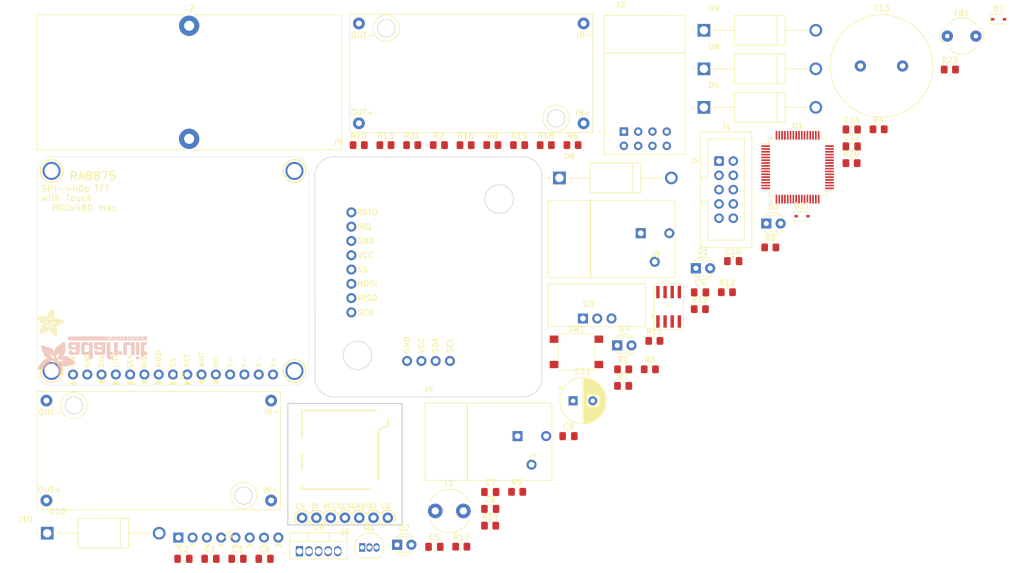
<source format=kicad_pcb>
(kicad_pcb (version 20211014) (generator pcbnew)
  (layers (0 "F.Cu" signal) (31 "B.Cu" signal) (34 "B.Paste" user) (35 "F.Paste" user) (36 "B.SilkS" user "B.Silkscreen") (37 "F.SilkS" user "F.Silkscreen") (38 "B.Mask" user) (39 "F.Mask" user) (44 "Edge.Cuts" user))
  (net 0 "")
  (net 1 "VAC_designs")
  (net 2 "VAC_modules_gnd")
  (net 3 "/OTHER")
  (net 4 "VAC_designs_gnd")
  (net 5 "GND")
  (net 6 "PA9")
  (net 7 "/GPIO-2")
  (net 8 "+3V3")
  (net 9 "/GPIO-0")
  (net 10 "PB11")
  (net 11 "/3Vo")
  (net 12 "/LITE")
  (net 13 "PB10")
  (net 14 "PB4")
  (net 15 "PB5")
  (net 16 "PB8")
  (net 17 "/WAIT")
  (net 18 "PA0")
  (net 19 "PA1")
  (net 20 "PA2")
  (net 21 "PA3")
  (net 22 "PA4")
  (net 23 "/CD")
  (net 24 "PC2")
  (net 25 "PC3")
  (net 26 "PB0")
  (net 27 "Net-(C7-Pad2)")
  (net 28 "Net-(R17-Pad1)")
  (net 29 "+7.5V")
  (net 30 "7.5_GND")
  (net 31 "Net-(C10-Pad2)")
  (net 32 "Net-(C10-Pad1)")
  (net 33 "Net-(J5-Pad1)")
  (net 34 "Net-(J5-Pad2)")
  (net 35 "Net-(J5-Pad3)")
  (net 36 "Net-(J5-Pad4)")
  (net 37 "Net-(J5-Pad5)")
  (net 38 "Net-(J5-Pad6)")
  (net 39 "Net-(J5-Pad7)")
  (net 40 "Net-(J5-Pad8)")
  (net 41 "PC7")
  (net 42 "PC6")
  (net 43 "PC5")
  (net 44 "PC4")
  (net 45 "/BOOT0")
  (net 46 "/NRST")
  (net 47 "PA5")
  (net 48 "Net-(D1-Pad2)")
  (net 49 "PA6")
  (net 50 "Net-(D2-Pad2)")
  (net 51 "PC10")
  (net 52 "PA7")
  (net 53 "Net-(D3-Pad2)")
  (net 54 "PA8")
  (net 55 "Net-(D4-Pad2)")
  (net 56 "Net-(Q1-Pad3)")
  (net 57 "Net-(R22-Pad1)")
  (net 58 "Net-(Q1-Pad2)")
  (net 59 "PC12")
  (net 60 "PC11")
  (net 61 "PC9")
  (net 62 "PC8")
  (net 63 "Net-(D10-Pad1)")
  (net 64 "/PC13")
  (net 65 "/PC14")
  (net 66 "/PC15")
  (net 67 "/PF0")
  (net 68 "/PF1")
  (net 69 "/PC0")
  (net 70 "/PC1")
  (net 71 "/3VA")
  (net 72 "/PB1")
  (net 73 "/PB2")
  (net 74 "/PB12")
  (net 75 "/PB13")
  (net 76 "/PB14")
  (net 77 "/PB15")
  (net 78 "/PA10")
  (net 79 "/PA11")
  (net 80 "/PA12")
  (net 81 "/PA13")
  (net 82 "/PA14")
  (net 83 "/PA15")
  (net 84 "/PB6")
  (net 85 "/PB7")
  (net 86 "Net-(C11-Pad1)")
  (net 88 "/V3.3_IN")
  (net 89 "/U5V")
  (footprint "imported_footprints:DIO_1N5822" (layer "F.Cu") (at 209.2835 -33.767)
    (fp_text reference "D6" (at -8.15 -3.885) (layer "F.SilkS"))
    (fp_text value "1N5822")
    (pad "1" thru_hole rect (at -9.95 0) (size 2.25 2.25) (drill 1.5) (layers *.Cu *.Mask) (net 1 "VAC_designs"))
    (pad "2" thru_hole circle (at 9.95 0) (size 2.25 2.25) (drill 1.5) (layers *.Cu *.Mask) (net 30 "7.5_GND"))
  )
  (footprint "Resistor_SMD:R_0805_2012Metric_Pad1.20x1.40mm_HandSolder" (layer "F.Cu") (at 191.8185 22.033)
    (fp_text reference "R5" (at 0 -1.65) (layer "F.SilkS"))
    (fp_text value "1k")
    (pad "1" smd roundrect (at -1 0) (size 1.2 1.4) (layers "F.Cu" "F.Paste" "F.Mask") (roundrect_rratio 0.208333) (net 36 "Net-(J5-Pad4)"))
    (pad "2" smd roundrect (at 1 0) (size 1.2 1.4) (layers "F.Cu" "F.Paste" "F.Mask") (roundrect_rratio 0.208333) (net 62 "PC8"))
  )
  (footprint "Resistor_SMD:R_0805_2012Metric_Pad1.20x1.40mm_HandSolder" (layer "F.Cu") (at 215.4085 0.253)
    (fp_text reference "R3" (at 0 -1.65) (layer "F.SilkS"))
    (fp_text value "1k")
    (pad "1" smd roundrect (at -1 0) (size 1.2 1.4) (layers "F.Cu" "F.Paste" "F.Mask") (roundrect_rratio 0.208333) (net 34 "Net-(J5-Pad2)"))
    (pad "2" smd roundrect (at 1 0) (size 1.2 1.4) (layers "F.Cu" "F.Paste" "F.Mask") (roundrect_rratio 0.208333) (net 51 "PC10"))
  )
  (footprint "Resistor_SMD:R_0805_2012Metric_Pad1.20x1.40mm_HandSolder" (layer "F.Cu") (at 163.6585 -39.607)
    (fp_text reference "R10" (at 0 -1.65) (layer "F.SilkS"))
    (fp_text value "100K")
    (pad "1" smd roundrect (at -1 0) (size 1.2 1.4) (layers "F.Cu" "F.Paste" "F.Mask") (roundrect_rratio 0.208333) (net 45 "/BOOT0"))
    (pad "2" smd roundrect (at 1 0) (size 1.2 1.4) (layers "F.Cu" "F.Paste" "F.Mask") (roundrect_rratio 0.208333) (net 5 "GND"))
  )
  (footprint "Inductor_THT:L_Radial_D7.5mm_P5.00mm_Fastron_07P" (layer "F.Cu") (at 177.2585 25.433)
    (fp_text reference "L1" (at 2.5 -5) (layer "F.SilkS"))
    (fp_text value "INDUCTOR")
    (pad "1" thru_hole circle (at 0 0) (size 2.6 2.6) (drill 1.3) (layers *.Cu *.Mask) (net 63 "Net-(D10-Pad1)"))
    (pad "2" thru_hole circle (at 5 0) (size 2.6 2.6) (drill 1.3) (layers *.Cu *.Mask) (net 8 "+3V3"))
  )
  (footprint "imported_footprints:DIO_1N5822" (layer "F.Cu") (at 234.9635 -46.317)
    (fp_text reference "D5" (at -8.15 -3.885) (layer "F.SilkS"))
    (fp_text value "1N5822")
    (pad "1" thru_hole rect (at -9.95 0) (size 2.25 2.25) (drill 1.5) (layers *.Cu *.Mask) (net 86 "Net-(C11-Pad1)"))
    (pad "2" thru_hole circle (at 9.95 0) (size 2.25 2.25) (drill 1.5) (layers *.Cu *.Mask) (net 1 "VAC_designs"))
  )
  (footprint "Resistor_SMD:R_0805_2012Metric_Pad1.20x1.40mm_HandSolder" (layer "F.Cu") (at 187.4085 -39.607)
    (fp_text reference "R8" (at 0 -1.65) (layer "F.SilkS"))
    (fp_text value "1k")
    (pad "1" smd roundrect (at -1 0) (size 1.2 1.4) (layers "F.Cu" "F.Paste" "F.Mask") (roundrect_rratio 0.208333) (net 39 "Net-(J5-Pad7)"))
    (pad "2" smd roundrect (at 1 0) (size 1.2 1.4) (layers "F.Cu" "F.Paste" "F.Mask") (roundrect_rratio 0.208333) (net 43 "PC5"))
  )
  (footprint "Resistor_SMD:R_0805_2012Metric_Pad1.20x1.40mm_HandSolder" (layer "F.Cu") (at 182.6585 -39.607)
    (fp_text reference "R16" (at 0 -1.65) (layer "F.SilkS"))
    (fp_text value "10k")
    (pad "1" smd roundrect (at -1 0) (size 1.2 1.4) (layers "F.Cu" "F.Paste" "F.Mask") (roundrect_rratio 0.208333) (net 27 "Net-(C7-Pad2)"))
    (pad "2" smd roundrect (at 1 0) (size 1.2 1.4) (layers "F.Cu" "F.Paste" "F.Mask") (roundrect_rratio 0.208333) (net 5 "GND"))
  )
  (footprint "imported_footprints:DIO_1N5822" (layer "F.Cu") (at 234.9635 -53.167)
    (fp_text reference "D8" (at -8.15 -3.885) (layer "F.SilkS"))
    (fp_text value "1N5822")
    (pad "1" thru_hole rect (at -9.95 0) (size 2.25 2.25) (drill 1.5) (layers *.Cu *.Mask) (net 86 "Net-(C11-Pad1)"))
    (pad "2" thru_hole circle (at 9.95 0) (size 2.25 2.25) (drill 1.5) (layers *.Cu *.Mask) (net 4 "VAC_designs_gnd"))
  )
  (footprint "imported_footprints:7.5Vdc-5Vdc_buck_converter" (layer "F.Cu") (at 162.0335 -41.832)
    (fp_text reference "J9" (at -2.1336 1.6764 unlocked) (layer "F.SilkS"))
    (fp_text value "DC-DC Converter")
    (fp_text user "OUT+" (at 2.2352 -3.556 unlocked) (layer "F.SilkS"))
    (fp_text user "IN+" (at 41.5036 -3.4544 unlocked) (layer "F.SilkS"))
    (fp_text user "IN-" (at 41.7068 -17.4244 unlocked) (layer "F.SilkS"))
    (fp_text user "OUT-" (at 2.286 -17.3228 unlocked) (layer "F.SilkS"))
    (fp_circle (center 36.7 -2.525) (end 38.249 -2.525) (layer "Edge.Cuts") (width 0.12) (fill none))
    (fp_circle (center 6.525 -18.55) (end 8.074 -18.55) (layer "Edge.Cuts") (width 0.12) (fill none))
    (pad "1" thru_hole circle (at 41.6 -1.65) (size 2.096 2.096) (drill 1.048) (layers *.Cu *.Mask) (net 29 "+7.5V"))
    (pad "2" thru_hole circle (at 41.6 -19.4) (size 2.096 2.096) (drill 1.048) (layers *.Cu *.Mask) (net 30 "7.5_GND"))
    (pad "3" thru_hole circle (at 1.65 -1.65) (size 2.096 2.096) (drill 1.048) (layers *.Cu *.Mask) (net 8 "+3V3"))
    (pad "4" thru_hole circle (at 1.65 -19.4) (size 2.096 2.096) (drill 1.048) (layers *.Cu *.Mask) (net 5 "GND"))
  )
  (footprint "imported_footprints:7.5Vdc-5Vdc_buck_converter" (layer "F.Cu") (at 106.4835 25.218)
    (fp_text reference "J10" (at -2.1336 1.6764 unlocked) (layer "F.SilkS"))
    (fp_text value "AC-DC Converter")
    (fp_text user "IN-" (at 41.7068 -17.4244 unlocked) (layer "F.SilkS"))
    (fp_text user "OUT+" (at 2.2352 -3.556 unlocked) (layer "F.SilkS"))
    (fp_text user "IN+" (at 41.5036 -3.4544 unlocked) (layer "F.SilkS"))
    (fp_text user "OUT-" (at 2.286 -17.3228 unlocked) (layer "F.SilkS"))
    (fp_circle (center 36.7 -2.525) (end 38.249 -2.525) (layer "Edge.Cuts") (width 0.12) (fill none))
    (fp_circle (center 6.525 -18.55) (end 8.074 -18.55) (layer "Edge.Cuts") (width 0.12) (fill none))
    (pad "1" thru_hole circle (at 41.6 -1.65) (size 2.096 2.096) (drill 1.048) (layers *.Cu *.Mask) (net 1 "VAC_designs"))
    (pad "2" thru_hole circle (at 41.6 -19.4) (size 2.096 2.096) (drill 1.048) (layers *.Cu *.Mask) (net 2 "VAC_modules_gnd"))
    (pad "3" thru_hole circle (at 1.65 -1.65) (size 2.096 2.096) (drill 1.048) (layers *.Cu *.Mask) (net 29 "+7.5V"))
    (pad "4" thru_hole circle (at 1.65 -19.4) (size 2.096 2.096) (drill 1.048) (layers *.Cu *.Mask) (net 5 "GND"))
  )
  (footprint "Resistor_SMD:R_0805_2012Metric_Pad1.20x1.40mm_HandSolder" (layer "F.Cu") (at 251.2685 -36.397)
    (fp_text reference "R20" (at 0 -1.65) (layer "F.SilkS"))
    (fp_text value "10k")
    (pad "1" smd roundrect (at -1 0) (size 1.2 1.4) (layers "F.Cu" "F.Paste" "F.Mask") (roundrect_rratio 0.208333) (net 56 "Net-(Q1-Pad3)"))
    (pad "2" smd roundrect (at 1 0) (size 1.2 1.4) (layers "F.Cu" "F.Paste" "F.Mask") (roundrect_rratio 0.208333) (net 29 "+7.5V"))
  )
  (footprint "Resistor_SMD:R_0805_2012Metric_Pad1.20x1.40mm_HandSolder" (layer "F.Cu") (at 177.9085 -39.607)
    (fp_text reference "R2" (at 0 -1.65) (layer "F.SilkS"))
    (fp_text value "1k")
    (pad "1" smd roundrect (at -1 0) (size 1.2 1.4) (layers "F.Cu" "F.Paste" "F.Mask") (roundrect_rratio 0.208333) (net 33 "Net-(J5-Pad1)"))
    (pad "2" smd roundrect (at 1 0) (size 1.2 1.4) (layers "F.Cu" "F.Paste" "F.Mask") (roundrect_rratio 0.208333) (net 60 "PC11"))
  )
  (footprint "Capacitor_SMD:C_0805_2012Metric_Pad1.18x1.45mm_HandSolder" (layer "F.Cu") (at 200.9485 12.133)
    (fp_text reference "C9" (at 0 -1.68) (layer "F.SilkS"))
    (fp_text value ".1uF")
    (pad "1" smd roundrect (at -1.0375 0) (size 1.175 1.45) (layers "F.Cu" "F.Paste" "F.Mask") (roundrect_rratio 0.212766) (net 8 "+3V3"))
    (pad "2" smd roundrect (at 1.0375 0) (size 1.175 1.45) (layers "F.Cu" "F.Paste" "F.Mask") (roundrect_rratio 0.212766) (net 31 "Net-(C10-Pad2)"))
  )
  (footprint "imported_footprints:barrel_jack_adapter" (layer "F.Cu") (at 216.33 -18.86)
    (fp_text reference "J8" (at 0 -1.27 unlocked) (layer "F.SilkS"))
    (fp_text value "PS_Designed")
    (pad "1" thru_hole rect (at -2.54 -5.08) (size 1.778 1.778) (drill 1.016) (layers *.Cu *.Mask) (net 1 "VAC_designs"))
    (pad "2" thru_hole circle (at -0.0508 0 270) (size 1.778 1.778) (drill 1.016) (layers *.Cu *.Mask) (net 4 "VAC_designs_gnd"))
    (pad "3" thru_hole circle (at 2.54 -5.08 270) (size 1.778 1.778) (drill 1.016) (layers *.Cu *.Mask) (net 3 "/OTHER"))
  )
  (footprint "Diode_SMD:D_SOD-323" (layer "F.Cu") (at 242.4685 -26.967)
    (fp_text reference "D11" (at 0 -1.85) (layer "F.SilkS"))
    (fp_text value "BAT60JFILM")
    (pad "1" smd rect (at -1.05 0) (size 0.6 0.45) (layers "F.Cu" "F.Paste" "F.Mask") (net 8 "+3V3"))
    (pad "2" smd rect (at 1.05 0) (size 0.6 0.45) (layers "F.Cu" "F.Paste" "F.Mask") (net 32 "Net-(C10-Pad1)"))
  )
  (footprint "Capacitor_SMD:C_0805_2012Metric_Pad1.18x1.45mm_HandSolder" (layer "F.Cu") (at 177.1085 31.813)
    (fp_text reference "C5" (at 0 -1.68) (layer "F.SilkS"))
    (fp_text value ".1uF")
    (pad "1" smd roundrect (at -1.0375 0) (size 1.175 1.45) (layers "F.Cu" "F.Paste" "F.Mask") (roundrect_rratio 0.212766) (net 71 "/3VA"))
    (pad "2" smd roundrect (at 1.0375 0) (size 1.175 1.45) (layers "F.Cu" "F.Paste" "F.Mask") (roundrect_rratio 0.212766) (net 5 "GND"))
  )
  (footprint "Capacitor_SMD:C_0805_2012Metric_Pad1.18x1.45mm_HandSolder" (layer "F.Cu") (at 230.2285 -18.977)
    (fp_text reference "C10" (at 0 -1.68) (layer "F.SilkS"))
    (fp_text value ".1uF")
    (pad "1" smd roundrect (at -1.0375 0) (size 1.175 1.45) (layers "F.Cu" "F.Paste" "F.Mask") (roundrect_rratio 0.212766) (net 32 "Net-(C10-Pad1)"))
    (pad "2" smd roundrect (at 1.0375 0) (size 1.175 1.45) (layers "F.Cu" "F.Paste" "F.Mask") (roundrect_rratio 0.212766) (net 31 "Net-(C10-Pad2)"))
  )
  (footprint "Capacitor_SMD:C_0805_2012Metric_Pad1.18x1.45mm_HandSolder" (layer "F.Cu") (at 146.9185 33.943)
    (fp_text reference "C6" (at 0 -1.68) (layer "F.SilkS"))
    (fp_text value ".1uF")
    (pad "1" smd roundrect (at -1.0375 0) (size 1.175 1.45) (layers "F.Cu" "F.Paste" "F.Mask") (roundrect_rratio 0.212766) (net 46 "/NRST"))
    (pad "2" smd roundrect (at 1.0375 0) (size 1.175 1.45) (layers "F.Cu" "F.Paste" "F.Mask") (roundrect_rratio 0.212766) (net 5 "GND"))
  )
  (footprint "Capacitor_SMD:C_0805_2012Metric_Pad1.18x1.45mm_HandSolder" (layer "F.Cu") (at 187.0385 25.073)
    (fp_text reference "C8" (at 0 -1.68) (layer "F.SilkS"))
    (fp_text value "22uF")
    (pad "1" smd roundrect (at -1.0375 0) (size 1.175 1.45) (layers "F.Cu" "F.Paste" "F.Mask") (roundrect_rratio 0.212766) (net 8 "+3V3"))
    (pad "2" smd roundrect (at 1.0375 0) (size 1.175 1.45) (layers "F.Cu" "F.Paste" "F.Mask") (roundrect_rratio 0.212766) (net 31 "Net-(C10-Pad2)"))
  )
  (footprint "Resistor_SMD:R_0805_2012Metric_Pad1.20x1.40mm_HandSolder" (layer "F.Cu") (at 216.2085 -4.797)
    (fp_text reference "R11" (at 0 -1.65) (layer "F.SilkS"))
    (fp_text value "100K")
    (pad "1" smd roundrect (at -1 0) (size 1.2 1.4) (layers "F.Cu" "F.Paste" "F.Mask") (roundrect_rratio 0.208333) (net 8 "+3V3"))
    (pad "2" smd roundrect (at 1 0) (size 1.2 1.4) (layers "F.Cu" "F.Paste" "F.Mask") (roundrect_rratio 0.208333) (net 46 "/NRST"))
  )
  (footprint "Resistor_SMD:R_0805_2012Metric_Pad1.20x1.40mm_HandSolder" (layer "F.Cu") (at 196.9085 -39.607)
    (fp_text reference "R18" (at 0 -1.65) (layer "F.SilkS"))
    (fp_text value "330k")
    (pad "1" smd roundrect (at -1 0) (size 1.2 1.4) (layers "F.Cu" "F.Paste" "F.Mask") (roundrect_rratio 0.208333) (net 28 "Net-(R17-Pad1)"))
    (pad "2" smd roundrect (at 1 0) (size 1.2 1.4) (layers "F.Cu" "F.Paste" "F.Mask") (roundrect_rratio 0.208333) (net 26 "PB0"))
  )
  (footprint "imported_footprints:DIO_1N5822" (layer "F.Cu") (at 234.9635 -60.017)
    (fp_text reference "D9" (at -8.15 -3.885) (layer "F.SilkS"))
    (fp_text value "1N5822")
    (pad "1" thru_hole rect (at -9.95 0) (size 2.25 2.25) (drill 1.5) (layers *.Cu *.Mask) (net 4 "VAC_designs_gnd"))
    (pad "2" thru_hole circle (at 9.95 0) (size 2.25 2.25) (drill 1.5) (layers *.Cu *.Mask) (net 30 "7.5_GND"))
  )
  (footprint "Resistor_SMD:R_0805_2012Metric_Pad1.20x1.40mm_HandSolder" (layer "F.Cu") (at 229.1085 -13.457)
    (fp_text reference "R12" (at 0 -1.65) (layer "F.SilkS"))
    (fp_text value "150")
    (pad "1" smd roundrect (at -1 0) (size 1.2 1.4) (layers "F.Cu" "F.Paste" "F.Mask") (roundrect_rratio 0.208333) (net 47 "PA5"))
    (pad "2" smd roundrect (at 1 0) (size 1.2 1.4) (layers "F.Cu" "F.Paste" "F.Mask") (roundrect_rratio 0.208333) (net 48 "Net-(D1-Pad2)"))
  )
  (footprint "Button_Switch_SMD:SW_SPST_PTS645" (layer "F.Cu") (at 202.3585 -2.847)
    (fp_text reference "SW1" (at 0 -4.05) (layer "F.SilkS"))
    (fp_text value "SW_Push")
    (pad "1" smd rect (at 3.98 -2.25) (size 1.55 1.3) (layers "F.Cu" "F.Paste" "F.Mask") (net 5 "GND"))
    (pad "1" smd rect (at -3.98 -2.25) (size 1.55 1.3) (layers "F.Cu" "F.Paste" "F.Mask") (net 5 "GND"))
    (pad "2" smd rect (at 3.98 2.25) (size 1.55 1.3) (layers "F.Cu" "F.Paste" "F.Mask") (net 46 "/NRST"))
    (pad "2" smd rect (at -3.98 2.25) (size 1.55 1.3) (layers "F.Cu" "F.Paste" "F.Mask") (net 46 "/NRST"))
  )
  (footprint "Capacitor_THT:C_Radial_D18.0mm_H35.5mm_P7.50mm" (layer "F.Cu") (at 252.8385 -53.667)
    (fp_text reference "C13" (at 3.75 -10.25) (layer "F.SilkS"))
    (fp_text value "1m")
    (pad "1" thru_hole circle (at 0 0) (size 2 2) (drill 1) (layers *.Cu *.Mask) (net 86 "Net-(C11-Pad1)"))
    (pad "2" thru_hole circle (at 7.5 0) (size 2 2) (drill 1) (layers *.Cu *.Mask) (net 30 "7.5_GND"))
  )
  (footprint "Capacitor_THT:CP_Radial_D8.0mm_P3.50mm" (layer "F.Cu") (at 201.763198 5.853)
    (fp_text reference "C11" (at 1.75 -5.25) (layer "F.SilkS"))
    (fp_text value "100m")
    (pad "1" thru_hole rect (at 0 0) (size 1.6 1.6) (drill 0.8) (layers *.Cu *.Mask) (net 86 "Net-(C11-Pad1)"))
    (pad "2" thru_hole circle (at 3.5 0) (size 1.6 1.6) (drill 0.8) (layers *.Cu *.Mask) (net 30 "7.5_GND"))
  )
  (footprint "Capacitor_SMD:C_0805_2012Metric_Pad1.18x1.45mm_HandSolder" (layer "F.Cu") (at 187.0385 22.063)
    (fp_text reference "C7" (at 0 -1.68) (layer "F.SilkS"))
    (fp_text value "10uF")
    (pad "1" smd roundrect (at -1.0375 0) (size 1.175 1.45) (layers "F.Cu" "F.Paste" "F.Mask") (roundrect_rratio 0.212766) (net 1 "VAC_designs"))
    (pad "2" smd roundrect (at 1.0375 0) (size 1.175 1.45) (layers "F.Cu" "F.Paste" "F.Mask") (roundrect_rratio 0.212766) (net 27 "Net-(C7-Pad2)"))
  )
  (footprint "LED_THT:LED_D3.0mm" (layer "F.Cu") (at 236.1185 -25.667)
    (fp_text reference "D3" (at 1.27 -2.96) (layer "F.SilkS"))
    (fp_text value "LED")
    (pad "1" thru_hole rect (at 0 0) (size 1.8 1.8) (drill 0.9) (layers *.Cu *.Mask) (net 5 "GND"))
    (pad "2" thru_hole circle (at 2.54 0) (size 1.8 1.8) (drill 0.9) (layers *.Cu *.Mask) (net 53 "Net-(D3-Pad2)"))
  )
  (footprint "LED_THT:LED_D3.0mm" (layer "F.Cu") (at 209.6085 -3.997)
    (fp_text reference "D4" (at 1.27 -2.96) (layer "F.SilkS"))
    (fp_text value "LED")
    (pad "1" thru_hole rect (at 0 0) (size 1.8 1.8) (drill 0.9) (layers *.Cu *.Mask) (net 5 "GND"))
    (pad "2" thru_hole circle (at 2.54 0) (size 1.8 1.8) (drill 0.9) (layers *.Cu *.Mask) (net 55 "Net-(D4-Pad2)"))
  )
  (footprint "imported_footprints:LM393" (layer "F.Cu") (at 218.75 -10.8626)
    (fp_text reference "U2" (at -0.25423 -0.203384) (layer "F.SilkS") (effects (font (size 0.32029 0.32029))))
    (fp_text value "LM393")
    (pad "1" smd rect (at -1.905 2.6162) (size 0.6096 2.2098) (layers "F.Cu" "F.Paste" "F.Mask") (net 26 "PB0"))
    (pad "2" smd rect (at -0.635 2.6162) (size 0.6096 2.2098) (layers "F.Cu" "F.Paste" "F.Mask") (net 27 "Net-(C7-Pad2)"))
    (pad "3" smd rect (at 0.635 2.6162) (size 0.6096 2.2098) (layers "F.Cu" "F.Paste" "F.Mask") (net 28 "Net-(R17-Pad1)"))
    (pad "4" smd rect (at 1.905 2.6162) (size 0.6096 2.2098) (layers "F.Cu" "F.Paste" "F.Mask"))
    (pad "5" smd rect (at 1.905 -2.6162) (size 0.6096 2.2098) (layers "F.Cu" "F.Paste" "F.Mask"))
    (pad "6" smd rect (at 0.635 -2.6162) (size 0.6096 2.2098) (layers "F.Cu" "F.Paste" "F.Mask"))
    (pad "7" smd rect (at -0.635 -2.6162) (size 0.6096 2.2098) (layers "F.Cu" "F.Paste" "F.Mask"))
    (pad "8" smd rect (at -1.905 -2.6162) (size 0.6096 2.2098) (layers "F.Cu" "F.Paste" "F.Mask"))
  )
  (footprint "LED_THT:LED_D3.0mm" (layer "F.Cu") (at 223.5985 -17.707)
    (fp_text reference "D1" (at 1.27 -2.96) (layer "F.SilkS"))
    (fp_text value "LED")
    (pad "1" thru_hole rect (at 0 0) (size 1.8 1.8) (drill 0.9) (layers *.Cu *.Mask) (net 5 "GND"))
    (pad "2" thru_hole circle (at 2.54 0) (size 1.8 1.8) (drill 0.9) (layers *.Cu *.Mask) (net 48 "Net-(D1-Pad2)"))
  )
  (footprint "imported_footprints:RA8875_TFT_Breakout" (layer "F.Cu") (at 131.8334 2.036639)
    (fp_text reference "J3" (at 0 -0.5 unlocked) (layer "F.SilkS"))
    (fp_text value "Controller (40Pin->SPI)")
    (fp_text user "WAIT" (at 3.874838 -2.001639 90) (layer "F.SilkS") (effects (font (size 0.87376 0.87376) (thickness 0.14224)) (justify left)))
    (fp_text user "VIN" (at -18.985162 -2.001639 90) (layer "F.SilkS") (effects (font (size 0.87376 0.87376) (thickness 0.14224)) (justify left)))
    (fp_text user "LITE" (at -11.365162 -2.001639 90) (layer "F.SilkS") (effects (font (size 0.87376 0.87376) (thickness 0.14224)) (justify left)))
    (fp_text user "SPI->40p TFT" (at -24.692162 -33.243639) (layer "F.SilkS") (effects (font (size 1.1176 1.1176) (thickness 0.1524)) (justify left bottom)))
    (fp_text user "3Vo" (at -13.905162 -1.874639 90) (layer "F.SilkS") (effects (font (size 0.87376 0.87376) (thickness 0.14224)) (justify left)))
    (fp_text user "GND" (at -16.445162 -2.001639 90) (layer "F.SilkS") (effects (font (size 0.87376 0.87376) (thickness 0.14224)) (justify left)))
    (fp_text user "CS" (at -1.205162 -2.001639 90) (layer "F.SilkS") (effects (font (size 0.87376 0.87376) (thickness 0.14224)) (justify left)))
    (fp_text user "INT" (at 6.414838 -2.001639 90) (layer "F.SilkS") (effects (font (size 0.87376 0.87376) (thickness 0.14224)) (justify left)))
    (fp_text user "X-" (at 14.034838 -2.001639 90) (layer "F.SilkS") (effects (font (size 0.87376 0.87376) (thickness 0.14224)) (justify left)))
    (fp_text user "with Touch" (at -24.692162 -31.592639) (layer "F.SilkS") (effects (font (size 1.1176 1.1176) (thickness 0.1524)) (justify left bottom)))
    (fp_text user "X+" (at 16.574838 -2.001639 90) (layer "F.SilkS") (effects (font (size 0.87376 0.87376) (thickness 0.14224)) (justify left)))
    (fp_text user "800x480 max" (at -22.787162 -29.814639) (layer "F.SilkS") (effects (font (size 1.1176 1.1176) (thickness 0.1524)) (justify left bottom)))
    (fp_text user "Y+" (at 8.954838 -2.001639 90) (layer "F.SilkS") (effects (font (size 0.87376 0.87376) (thickness 0.14224)) (justify left)))
    (fp_text user "RST" (at 1.334838 -2.001639 90) (layer "F.SilkS") (effects (font (size 0.87376 0.87376) (thickness 0.14224)) (justify left)))
    (fp_text user "Y-" (at 11.494838 -2.001639 90) (layer "F.SilkS") (effects (font (size 0.87376 0.87376) (thickness 0.14224)) (justify left)))
    (fp_text user "RA8875" (at -19.739162 -35.275639) (layer "F.SilkS") (effects (font (size 1.475232 1.475232) (thickness 0.201168)) (justify left bottom)))
    (fp_text user "MOSI" (at -3.745162 -2.001639 90) (layer "F.SilkS") (effects (font (size 0.87376 0.87376) (thickness 0.14224)) (justify left)))
    (fp_text user "SCK" (at -8.825162 -1.874639 90) (layer "F.SilkS") (effects (font (size 0.87376 0.87376) (thickness 0.14224)) (justify left)))
    (fp_text user "MISO" (at -6.285162 -1.874639 90) (layer "F.SilkS") (effects (font (size 0.87376 0.87376) (thickness 0.14224)) (justify left)))
    (fp_line (start 20.392838 1.046361) (end -22.787162 1.046361) (layer "Edge.Cuts") (width 0.05))
    (fp_line (start -25.327162 -1.493639) (end -25.327162 -37.053639) (layer "Edge.Cuts") (width 0.05))
    (fp_line (start 22.932838 -37.053639) (end 22.932838 -1.493639) (layer "Edge.Cuts") (width 0.05))
    (fp_line (start -22.787162 -39.593639) (end 20.392838 -39.593639) (layer "Edge.Cuts") (width 0.05))
    (fp_arc (start 20.392838 -39.593639) (mid 22.188878 -38.849679) (end 22.932838 -37.053639) (layer "Edge.Cuts") (width 0.05))
    (fp_arc (start 22.932838 -1.493639) (mid 22.188889 0.302411) (end 20.392838 1.046361) (layer "Edge.Cuts") (width 0.05))
    (fp_arc (start -22.787162 1.046361) (mid -24.583213 0.302412) (end -25.327162 -1.493639) (layer "Edge.Cuts") (width 0.05))
    (fp_arc (start -25.327162 -37.053639) (mid -24.583213 -38.84969) (end -22.787162 -39.593639) (layer "Edge.Cuts") (width 0.05))
    (pad "1" thru_hole circle (at 16.582838 -0.858639 270) (size 1.778 1.778) (drill 1.016) (layers *.Cu *.Mask) (net 8 "+3V3"))
    (pad "2" thru_hole circle (at 14.042838 -0.858639 270) (size 1.778 1.778) (drill 1.016) (layers *.Cu *.Mask) (net 5 "GND"))
    (pad "3" thru_hole circle (at 11.502838 -0.858639 270) (size 1.778 1.778) (drill 1.016) (layers *.Cu *.Mask) (net 11 "/3Vo"))
    (pad "4" thru_hole circle (at 8.962838 -0.858639 270) (size 1.778 1.778) (drill 1.016) (layers *.Cu *.Mask) (net 12 "/LITE"))
    (pad "5" thru_hole circle (at 6.422838 -0.858639 270) (size 1.778 1.778) (drill 1.016) (layers *.Cu *.Mask) (net 13 "PB10"))
    (pad "6" thru_hole circle (at 3.882838 -0.858639 270) (size 1.778 1.778) (drill 1.016) (layers *.Cu *.Mask) (net 14 "PB4"))
    (pad "7" thru_hole circle (at 1.342838 -0.858639 270) (size 1.778 1.778) (drill 1.016) (layers *.Cu *.Mask) (net 15 "PB5"))
    (pad "8" thru_hole circle (at -1.197162 -0.858639 270) (size 1.778 1.778) (drill 1.016) (layers *.Cu *.Mask) (net 16 "PB8"))
    (pad "9" thru_hole circle (at -3.737162 -0.858639 270) (size 1.778 1.778) (drill 1.016) (layers *.Cu *.Mask) (net 10 "PB11"))
    (pad "10" thru_hole circle (at -6.277162 -0.858639 270) (size 1.778 1.778) (drill 1.016) (layers *.Cu *.Mask) (net 17 "/WAIT"))
    (pad "11" thru_hole circle (at -8.817162 -0.858639 270) (size 1.778 1.778) (drill 1.016) (layers *.Cu *.Mask) (net 18 "PA0"))
    (pad "12" thru_hole circle (at -11.357162 -0.858639 270) (size 1.778 1.778) (drill 1.016) (layers *.Cu *.Mask) (net 19 "PA1"))
    (pad "13" thru_hole circle (at -13.897162 -0.858639 270) (size 1.778 1.778) (drill 1.016) (layers *.Cu *.Mask) (net 20 "PA2"))
    (pad "14" thru_hole circle (at -16.437162 -0.858639 270) (size 1.778 1.778) (drill 1.016) (layers *.Cu *.Mask) (net 21 "PA3"))
    (pad "15" thru_hole circle (at -18.977162 -0.858639 270) (size 1.778 1.778) (drill 1.016) (layers *.Cu *.Mask) (net 22 "PA4"))
    (pad "P$1" thru_hole circle (at 20.392838 -1.493639) (size 3.2 3.2) (drill 2.5) (layers *.Cu *.Mask))
    (pad "P$1" thru_hole circle (at -22.787162 -1.493639) (size 3.2 3.2) (drill 2.5) (layers *.Cu *.Mask))
    (pad "P$1" thru_hole circle (at 20.392838 -37.053639) (size 3.2 3.2) (drill 2.5) (layers *.Cu *.Mask))
    (pad "P$1" thru_hole circle (at -22.787162 -37.053639) (size 3.2 3.2) (drill 2.5) (layers *.Cu *.Mask))
  )
  (footprint "Resistor_SMD:R_0805_2012Metric_Pad1.20x1.40mm_HandSolder" (layer "F.Cu") (at 210.6585 3.203)
    (fp_text reference "R7" (at 0 -1.65) (layer "F.SilkS"))
    (fp_text value "1k")
    (pad "1" smd roundrect (at -1 0) (size 1.2 1.4) (layers "F.Cu" "F.Paste" "F.Mask") (roundrect_rratio 0.208333) (net 38 "Net-(J5-Pad6)"))
    (pad "2" smd roundrect (at 1 0) (size 1.2 1.4) (layers "F.Cu" "F.Paste" "F.Mask") (roundrect_rratio 0.208333) (net 42 "PC6"))
  )
  (footprint "LED_THT:LED_D3.0mm" (layer "F.Cu") (at 170.4785 31.443)
    (fp_text reference "D2" (at 1.27 -2.96) (layer "F.SilkS"))
    (fp_text value "LED")
    (pad "1" thru_hole rect (at 0 0) (size 1.8 1.8) (drill 0.9) (layers *.Cu *.Mask) (net 5 "GND"))
    (pad "2" thru_hole circle (at 2.54 0) (size 1.8 1.8) (drill 0.9) (layers *.Cu *.Mask) (net 50 "Net-(D2-Pad2)"))
  )
  (footprint "Resistor_SMD:R_0805_2012Metric_Pad1.20x1.40mm_HandSolder" (layer "F.Cu") (at 173.1585 -39.607)
    (fp_text reference "R21" (at 0 -1.65) (layer "F.SilkS"))
    (fp_text value "10k")
    (pad "1" smd roundrect (at -1 0) (size 1.2 1.4) (layers "F.Cu" "F.Paste" "F.Mask") (roundrect_rratio 0.208333) (net 56 "Net-(Q1-Pad3)"))
    (pad "2" smd roundrect (at 1 0) (size 1.2 1.4) (layers "F.Cu" "F.Paste" "F.Mask") (roundrect_rratio 0.208333) (net 5 "GND"))
  )
  (footprint "imported_footprints:DIO_1N5822" (layer "F.Cu") (at 118.2335 29.393)
    (fp_text reference "D10" (at -8.15 -3.885) (layer "F.SilkS"))
    (fp_text value "1N5822")
    (pad "1" thru_hole rect (at -9.95 0) (size 2.25 2.25) (drill 1.5) (layers *.Cu *.Mask) (net 63 "Net-(D10-Pad1)"))
    (pad "2" thru_hole circle (at 9.95 0) (size 2.25 2.25) (drill 1.5) (layers *.Cu *.Mask) (net 5 "GND"))
  )
  (footprint "Capacitor_SMD:C_0805_2012Metric_Pad1.18x1.45mm_HandSolder" (layer "F.Cu") (at 142.1085 33.943)
    (fp_text reference "C3" (at 0 -1.68) (layer "F.SilkS"))
    (fp_text value ".1uF")
    (pad "1" smd roundrect (at -1.0375 0) (size 1.175 1.45) (layers "F.Cu" "F.Paste" "F.Mask") (roundrect_rratio 0.212766) (net 8 "+3V3"))
    (pad "2" smd roundrect (at 1.0375 0) (size 1.175 1.45) (layers "F.Cu" "F.Paste" "F.Mask") (roundrect_rratio 0.212766) (net 5 "GND"))
  )
  (footprint "Package_QFP:LQFP-64_10x10mm_P0.5mm" (layer "F.Cu") (at 241.6685 -35.667)
    (fp_text reference "U1" (at 0 -7.4) (layer "F.SilkS"))
    (fp_text value "STM32F091RCTx")
    (pad "1" smd roundrect (at -5.675 -3.75) (size 1.55 0.3) (layers "F.Cu" "F.Paste" "F.Mask") (net 8 "+3V3"))
    (pad "2" smd roundrect (at -5.675 -3.25) (size 1.55 0.3) (layers "F.Cu" "F.Paste" "F.Mask") (net 64 "/PC13"))
    (pad "3" smd roundrect (at -5.675 -2.75) (size 1.55 0.3) (layers "F.Cu" "F.Paste" "F.Mask") (net 65 "/PC14"))
    (pad "4" smd roundrect (at -5.675 -2.25) (size 1.55 0.3) (layers "F.Cu" "F.Paste" "F.Mask") (net 66 "/PC15"))
    (pad "5" smd roundrect (at -5.675 -1.75) (size 1.55 0.3) (layers "F.Cu" "F.Paste" "F.Mask") (net 67 "/PF0"))
    (pad "6" smd roundrect (at -5.675 -1.25) (size 1.55 0.3) (layers "F.Cu" "F.Paste" "F.Mask") (net 68 "/PF1"))
    (pad "7" smd roundrect (at -5.675 -0.75) (size 1.55 0.3) (layers "F.Cu" "F.Paste" "F.Mask") (net 46 "/NRST"))
    (pad "8" smd roundrect (at -5.675 -0.25) (size 1.55 0.3) (layers "F.Cu" "F.Paste" "F.Mask") (net 69 "/PC0"))
    (pad "9" smd roundrect (at -5.675 0.25) (size 1.55 0.3) (layers "F.Cu" "F.Paste" "F.Mask") (net 70 "/PC1"))
    (pad "10" smd roundrect (at -5.675 0.75) (size 1.55 0.3) (layers "F.Cu" "F.Paste" "F.Mask") (net 24 "PC2"))
    (pad "11" smd roundrect (at -5.675 1.25) (size 1.55 0.3) (layers "F.Cu" "F.Paste" "F.Mask") (net 25 "PC3"))
    (pad "12" smd roundrect (at -5.675 1.75) (size 1.55 0.3) (layers "F.Cu" "F.Paste" "F.Mask") (net 5 "GND"))
    (pad "13" smd roundrect (at -5.675 2.25) (size 1.55 0.3) (layers "F.Cu" "F.Paste" "F.Mask") (net 71 "/3VA"))
    (pad "14" smd roundrect (at -5.675 2.75) (size 1.55 0.3) (layers "F.Cu" "F.Paste" "F.Mask") (net 18 "PA0"))
    (pad "15" smd roundrect (at -5.675 3.25) (size 1.55 0.3) (layers "F.Cu" "F.Paste" "F.Mask") (net 19 "PA1"))
    (pad "16" smd roundrect (at -5.675 3.75) (size 1.55 0.3) (layers "F.Cu" "F.Paste" "F.Mask") (net 20 "PA2"))
    (pad "17" smd roundrect (at -3.75 5.675) (size 0.3 1.55) (layers "F.Cu" "F.Paste" "F.Mask") (net 21 "PA3"))
    (pad "18" smd roundrect (at -3.25 5.675) (size 0.3 1.55) (layers "F.Cu" "F.Paste" "F.Mask") (net 5 "GND"))
    (pad "19" smd roundrect (at -2.75 5.675) (size 0.3 1.55) (layers "F.Cu" "F.Paste" "F.Mask") (net 8 "+3V3"))
    (pad "20" smd roundrect (at -2.25 5.675) (size 0.3 1.55) (layers "F.Cu" "F.Paste" "F.Mask") (net 22 "PA4"))
    (pad "21" smd roundrect (at -1.75 5.675) (size 0.3 1.55) (layers "F.Cu" "F.Paste" "F.Mask") (net 47 "PA5"))
    (pad "22" smd roundrect (at -1.25 5.675) (size 0.3 1.55) (layers "F.Cu" "F.Paste" "F.Mask") (net 49 "PA6"))
    (pad "23" smd roundrect (at -0.75 5.675) (size 0.3 1.55) (layers "F.Cu" "F.Paste" "F.Mask") (net 52 "PA7"))
    (pad "24" smd roundrect (at -0.25 5.675) (size 0.3 1.55) (layers "F.Cu" "F.Paste" "F.Mask") (net 44 "PC4"))
    (pad "25" smd roundrect (at 0.25 5.675) (size 0.3 1.55) (layers "F.Cu" "F.Paste" "F.Mask") (net 43 "PC5"))
    (pad "26" smd roundrect (at 0.75 5.675) (size 0.3 1.55) (layers "F.Cu" "F.Paste" "F.Mask") (net 26 "PB0"))
    (pad "27" smd roundrect (at 1.25 5.675) (size 0.3 1.55) (layers "F.Cu" "F.Paste" "F.Mask") (net 72 "/PB1"))
    (pad "28" smd roundrect (at 1.75 5.675) (size 0.3 1.55) (layers "F.Cu" "F.Paste" "F.Mask") (net 73 "/PB2"))
    (pad "29" smd roundrect (at 2.25 5.675) (size 0.3 1.55) (layers "F.Cu" "F.Paste" "F.Mask") (net 13 "PB10"))
    (pad "30" smd roundrect (at 2.75 5.675) (size 0.3 1.55) (layers "F.Cu" "F.Paste" "F.Mask") (net 10 "PB11"))
    (pad "31" smd roundrect (at 3.25 5.675) (size 0.3 1.55) (layers "F.Cu" "F.Paste" "F.Mask") (net 5 "GND"))
    (pad "32" smd roundrect (at 3.75 5.675) (size 0.3 1.55) (layers "F.Cu" "F.Paste" "F.Mask") (net 8 "+3V3"))
    (pad "33" smd roundrect (at 5.675 3.75) (size 1.55 0.3) (layers "F.Cu" "F.Paste" "F.Mask") (net 74 "/PB12"))
    (pad "34" smd roundrect (at 5.675 3.25) (size 1.55 0.3) (layers "F.Cu" "F.Paste" "F.Mask") (net 75 "/PB13"))
    (pad "35" smd roundrect (at 5.675 2.75) (size 1.55 0.3) (layers "F.Cu" "F.Paste" "F.Mask") (net 76 "/PB14"))
    (pad "36" smd roundrect (at 5.675 2.25) (size 1.55 0.3) (layers "F.Cu" "F.Paste" "F.Mask") (net 77 "/PB15"))
    (pad "37" smd roundrect (at 5.675 1.75) (size 1.55 0.3) (layers "F.Cu" "F.Paste" "F.Mask") (net 42 "PC6"))
    (pad "38" smd roundrect (at 5.675 1.25) (size 1.55 0.3) (layers "F.Cu" "F.Paste" "F.Mask") (net 41 "PC7"))
    (pad "39" smd roundrect (at 5.675 0.75) (size 1.55 0.3) (layers "F.Cu" "F.Paste" "F.Mask") (net 62 "PC8"))
    (pad "40" smd roundrect (at 5.675 0.25) (size 1.55 0.3) (layers "F.Cu" "F.Paste" "F.Mask") (net 61 "PC9"))
    (pad "41" smd roundrect (at 5.675 -0.25) (size 1.55 0.3) (layers "F.Cu" "F.Paste" "F.Mask") (net 54 "PA8"))
    (pad "42" smd roundrect (at 5.675 -0.75) (size 1.55 0.3) (layers "F.Cu" "F.Paste" "F.Mask") (net 6 "PA9"))
    (pad "43" smd roundrect (at 5.675 -1.25) (size 1.55 0.3) (layers "F.Cu" "F.Paste" "F.Mask") (net 78 "/PA10"))
    (pad "44" smd roundrect (at 5.675 -1.75) (size 1.55 0.3) (layers "F.Cu" "F.Paste" "F.Mask") (net 79 "/PA11"))
    (pad "45" smd roundrect (at 5.675 -2.25) (size 1.55 0.3) (layers "F.Cu" "F.Paste" "F.Mask") (net 80 "/PA12"))
    (pad "46" smd roundrect (at 5.675 -2.75) (size 1.55 0.3) (layers "F.Cu" "F.Paste" "F.Mask") (net 81 "/PA13"))
    (pad "47" smd roundrect (at 5.675 -3.25) (size 1.55 0.3) (layers "F.Cu" "F.Paste" "F.Mask") (net 5 "GND"))
    (pad "48" smd roundrect (at 5.675 -3.75) (size 1.55 0.3) (layers "F.Cu" "F.Paste" "F.Mask") (net 8 "+3V3"))
    (pad "49" smd roundrect (at 3.75 -5.675) (size 0.3 1.55) (layers "F.Cu" "F.Paste" "F.Mask") (net 82 "/PA14"))
    (pad "50" smd roundrect (at 3.25 -5.675) (size 0.3 1.55) (layers "F.Cu" "F.Paste" "F.Mask") (net 83 "/PA15"))
    (pad "51" smd roundrect (at 2.75 -5.675) (size 0.3 1.55) (layers "F.Cu" "F.Paste" "F.Mask") (net 51 "PC10"))
    (pad "52" smd roundrect (at 2.25 -5.675) (size 0.3 1.55) (layers "F.Cu" "F.Paste" "F.Mask") (net 60 "PC11"))
    (pad "53" smd roundrect (at 1.75 -5.675) (size 0.3 1.55) (layers "F.Cu" "F.Paste" "F.Mask") (net 59 "PC12"))
    (pad "54" smd roundrect (at 1.25 -5.675) (size 0.3 1.55) (layers "F.Cu" "F.Paste" "F.Mask") (net 6 "PA9"))
    (pad "55" smd roundrect (at 0.75 -5.675) (size 0.3 1.55) (layers "F.Cu" "F.Paste" "F.Mask") (net 13 "PB10"))
    (pad "56" smd roundrect (at 0.25 -5.675) (size 0.3 1.55) (layers "F.Cu" "F.Paste" "F.Mask") (net 14 "PB4"))
    (pad "57" smd roundrect (at -0.25 -5.675) (size 0.3 1.55) (layers "F.Cu" "F.Paste" "F.Mask") (net 15 "PB5"))
    (pad "58" smd roundrect (at -0.75 -5.675) (size 0.3 1.55) (layers "F.Cu" "F.Paste" "F.Mask") (net 84 "/PB6"))
    (pad "59" smd roundrect (at -1.25 -5.675) (size 0.3 1.55) (layers "F.Cu" "F.Paste" "F.Mask") (net 85 "/PB7"))
    (pad "60" smd roundrect (at -1.75 -5.675) (size 0.3 1.55) (layers "F.Cu" "F.Paste" "F.Mask") (net 45 "/BOOT0"))
    (pad "61" smd roundrect (at -2.25 -5.675) (size 0.3 1.55) (layers "F.Cu" "F.Paste" "F.Mask") (net 16 "PB8"))
    (pad "62" smd roundrect (at -2.75 -5.675) (size 0.3 1.55) (layers "F.Cu" "F.Paste" "F.Mask") (net 16 "PB8"))
    (pad "63" smd roundrect (at -3.25 -5.675) (size 0.3 1.55) (layers "F.Cu" "F.Paste" "F.Mask") (net 5 "GND"))
    (pad "64" smd roundrect (at -3.75 -5.675) (size 0.3 1.55) (layers "F.Cu" "F.Paste" "F.Mask") (net 8 "+3V3"))
  )
  (footprint "Resistor_SMD:R_0805_2012Metric_Pad1.20x1.40mm_HandSolder" (layer "F.Cu") (at 201.6585 -39.607)
    (fp_text reference "R6" (at 0 -1.65) (layer "F.SilkS"))
    (fp_text value "1k")
    (pad "1" smd roundrect (at -1 0) (size 1.2 1.4) (layers "F.Cu" "F.Paste" "F.Mask") (roundrect_rratio 0.208333) (net 37 "Net-(J5-Pad5)"))
    (pad "2" smd roundrect (at 1 0) (size 1.2 1.4) (layers "F.Cu" "F.Paste" "F.Mask") (roundrect_rratio 0.208333) (net 41 "PC7"))
  )
  (footprint "Capacitor_SMD:C_0805_2012Metric_Pad1.18x1.45mm_HandSolder" (layer "F.Cu") (at 132.4885 33.943)
    (fp_text reference "C2" (at 0 -1.68) (layer "F.SilkS"))
    (fp_text value ".1uF")
    (pad "1" smd roundrect (at -1.0375 0) (size 1.175 1.45) (layers "F.Cu" "F.Paste" "F.Mask") (roundrect_rratio 0.212766) (net 8 "+3V3"))
    (pad "2" smd roundrect (at 1.0375 0) (size 1.175 1.45) (layers "F.Cu" "F.Paste" "F.Mask") (roundrect_rratio 0.212766) (net 5 "GND"))
  )
  (footprint "Package_TO_SOT_THT:TO-92_Inline" (layer "F.Cu") (at 164.2785 31.923)
    (fp_text reference "Q1" (at 1.27 -3.56) (layer "F.SilkS"))
    (fp_text value "2SC1941")
    (pad "1" thru_hole rect (at 0 0) (size 1.05 1.5) (drill 0.75) (layers *.Cu *.Mask) (net 5 "GND"))
    (pad "2" thru_hole oval (at 1.27 0) (size 1.05 1.5) (drill 0.75) (layers *.Cu *.Mask) (net 58 "Net-(Q1-Pad2)"))
    (pad "3" thru_hole oval (at 2.54 0) (size 1.05 1.5) (drill 0.75) (layers *.Cu *.Mask) (net 56 "Net-(Q1-Pad3)"))
  )
  (footprint "Capacitor_SMD:C_0805_2012Metric_Pad1.18x1.45mm_HandSolder" (layer "F.Cu") (at 251.2985 -42.387)
    (fp_text reference "C14" (at 0 -1.68) (layer "F.SilkS"))
    (fp_text value "22uF")
    (pad "1" smd roundrect (at -1.0375 0) (size 1.175 1.45) (layers "F.Cu" "F.Paste" "F.Mask") (roundrect_rratio 0.212766) (net 8 "+3V3"))
    (pad "2" smd roundrect (at 1.0375 0) (size 1.175 1.45) (layers "F.Cu" "F.Paste" "F.Mask") (roundrect_rratio 0.212766) (net 5 "GND"))
  )
  (footprint "Ferrite_THT:LairdTech_28C0236-0JW-10" (layer "F.Cu") (at 268.291332 -58.977)
    (fp_text reference "FB1" (at 2.54 -4.064) (layer "F.SilkS"))
    (fp_text value "FerriteBead")
    (pad "1" thru_hole circle (at 0 0) (size 2 2) (drill 0.8) (layers *.Cu *.Mask) (net 8 "+3V3"))
    (pad "2" thru_hole circle (at 5.08 0) (size 2 2) (drill 0.8) (layers *.Cu *.Mask) (net 71 "/3VA"))
  )
  (footprint "Resistor_SMD:R_0805_2012Metric_Pad1.20x1.40mm_HandSolder" (layer "F.Cu") (at 168.4085 -39.607)
    (fp_text reference "R13" (at 0 -1.65) (layer "F.SilkS"))
    (fp_text value "150")
    (pad "1" smd roundrect (at -1 0) (size 1.2 1.4) (layers "F.Cu" "F.Paste" "F.Mask") (roundrect_rratio 0.208333) (net 49 "PA6"))
    (pad "2" smd roundrect (at 1 0) (size 1.2 1.4) (layers "F.Cu" "F.Paste" "F.Mask") (roundrect_rratio 0.208333) (net 50 "Net-(D2-Pad2)"))
  )
  (footprint "imported_footprints:5-3.3_buck_converter" (layer "F.Cu") (at 205.9795 -8.856)
    (fp_text reference "U3" (at -1.524 -2.54 unlocked) (layer "F.SilkS"))
    (fp_text value "LD1117S33TR_SOT223")
    (pad "1" thru_hole rect (at -2.4638 0.0762) (size 1.778 1.778) (drill 1.016) (layers *.Cu *.Mask) (net 31 "Net-(C10-Pad2)"))
    (pad "2" thru_hole circle (at 0.0762 0.0762 90) (size 1.778 1.778) (drill 1.016) (layers *.Cu *.Mask) (net 32 "Net-(C10-Pad1)"))
    (pad "3" thru_hole circle (at 2.6162 0.0762 90) (size 1.778 1.778) (drill 1.016) (layers *.Cu *.Mask) (net 8 "+3V3"))
  )
  (footprint "Inductor_THT:L_Toroid_Vertical_L54.0mm_W23.8mm_P20.10mm_Bourns_5700" (layer "F.Cu") (at 133.5085 -60.817)
    (fp_text reference "L2" (at 0 -3.1) (layer "F.SilkS"))
    (fp_text value "1m")
    (pad "1" thru_hole circle (at 0 0) (size 3.6 3.6) (drill 1.8) (layers *.Cu *.Mask) (net 86 "Net-(C11-Pad1)"))
    (pad "2" thru_hole circle (at 0 20.1) (size 3.6 3.6) (drill 1.8) (layers *.Cu *.Mask) (net 29 "+7.5V"))
  )
  (footprint "imported_footprints:XCVR_ESP8266-01_ESP-01" (layer "F.Cu") (at 214.6035 -50.317)
    (fp_text reference "J2" (at -4.385 -14.235) (layer "F.SilkS"))
    (fp_text value "Wi-Fi Module")
    (pad "1" thru_hole rect (at -3.81 8.31) (size 1.5 1.5) (drill 0.8) (layers *.Cu *.Mask) (net 5 "GND"))
    (pad "2" thru_hole circle (at -1.27 8.31) (size 1.5 1.5) (drill 0.8) (layers *.Cu *.Mask) (net 6 "PA9"))
    (pad "3" thru_hole circle (at 1.27 8.31) (size 1.5 1.5) (drill 0.8) (layers *.Cu *.Mask) (net 7 "/GPIO-2"))
    (pad "4" thru_hole circle (at 3.81 8.31) (size 1.5 1.5) (drill 0.8) (layers *.Cu *.Mask) (net 8 "+3V3"))
    (pad "5" thru_hole circle (at -3.81 10.85) (size 1.5 1.5) (drill 0.8) (layers *.Cu *.Mask) (net 9 "/GPIO-0"))
    (pad "6" thru_hole circle (at -1.27 10.85) (size 1.5 1.5) (drill 0.8) (layers *.Cu *.Mask) (net 10 "PB11"))
    (pad "7" thru_hole circle (at 1.27 10.85) (size 1.5 1.5) (drill 0.8) (layers *.Cu *.Mask) (net 6 "PA9"))
    (pad "8" thru_hole circle (at 3.81 10.85) (size 1.5 1.5) (drill 0.8) (layers *.Cu *.Mask) (net 8 "+3V3"))
  )
  (footprint "Resistor_SMD:R_0805_2012Metric_Pad1.20x1.40mm_HandSolder" (layer "F.Cu") (at 236.8185 -21.417)
    (fp_text reference "R9" (at 0 -1.65) (layer "F.SilkS"))
    (fp_text value "1k")
    (pad "1" smd roundrect (at -1 0) (size 1.2 1.4) (layers "F.Cu" "F.Paste" "F.Mask") (roundrect_rratio 0.208333) (net 40 "Net-(J5-Pad8)"))
    (pad "2" smd roundrect (at 1 0) (size 1.2 1.4) (layers "F.Cu" "F.Paste" "F.Mask") (roundrect_rratio 0.208333) (net 44 "PC4"))
  )
  (footprint "Resistor_SMD:R_0805_2012Metric_Pad1.20x1.40mm_HandSolder" (layer "F.Cu") (at 268.7385 -53.037)
    (fp_text reference "R22" (at 0 -1.65) (layer "F.SilkS"))
    (fp_text value "10k")
    (pad "1" smd roundrect (at -1 0) (size 1.2 1.4) (layers "F.Cu" "F.Paste" "F.Mask") (roundrect_rratio 0.208333) (net 57 "Net-(R22-Pad1)"))
    (pad "2" smd roundrect (at 1 0) (size 1.2 1.4) (layers "F.Cu" "F.Paste" "F.Mask") (roundrect_rratio 0.208333) (net 58 "Net-(Q1-Pad2)"))
  )
  (footprint "Diode_SMD:D_SOD-323" (layer "F.Cu") (at 277.4185 -61.967)
    (fp_text reference "D7" (at 0 -1.85) (layer "F.SilkS"))
    (fp_text value "BAT60JFILM")
    (pad "1" smd rect (at -1.05 0) (size 0.6 0.45) (layers "F.Cu" "F.Paste" "F.Mask") (net 5 "GND"))
    (pad "2" smd rect (at 1.05 0) (size 0.6 0.45) (layers "F.Cu" "F.Paste" "F.Mask") (net 31 "Net-(C10-Pad2)"))
  )
  (footprint "Resistor_SMD:R_0805_2012Metric_Pad1.20x1.40mm_HandSolder" (layer "F.Cu") (at 210.6585 0.253)
    (fp_text reference "R1" (at 0 -1.65) (layer "F.SilkS"))
    (fp_text value "100")
    (pad "1" smd roundrect (at -1 0) (size 1.2 1.4) (layers "F.Cu" "F.Paste" "F.Mask") (roundrect_rratio 0.208333) (net 6 "PA9"))
    (pad "2" smd roundrect (at 1 0) (size 1.2 1.4) (layers "F.Cu" "F.Paste" "F.Mask") (roundrect_rratio 0.208333) (net 59 "PC12"))
  )
  (footprint "Connector_IDC:IDC-Header_2x05_P2.54mm_Vertical" (layer "F.Cu") (at 227.7035 -36.767)
    (fp_text reference "J1" (at 1.27 -6.1) (layer "F.SilkS"))
    (fp_text value "Conn_02x05_Odd_Even")
    (pad "1" thru_hole roundrect (at 0 0) (size 1.7 1.7) (drill 1) (layers *.Cu *.Mask) (roundrect_rratio 0.147059) (net 46 "/NRST"))
    (pad "2" thru_hole circle (at 2.54 0) (size 1.7 1.7) (drill 1) (layers *.Cu *.Mask) (net 81 "/PA13"))
    (pad "3" thru_hole circle (at 0 2.54) (size 1.7 1.7) (drill 1) (layers *.Cu *.Mask) (net 5 "GND"))
    (pad "4" thru_hole circle (at 2.54 2.54) (size 1.7 1.7) (drill 1) (layers *.Cu *.Mask) (net 5 "GND"))
    (pad "5" thru_hole circle (at 0 5.08) (size 1.7 1.7) (drill 1) (layers *.Cu *.Mask))
    (pad "6" thru_hole circle (at 2.54 5.08) (size 1.7 1.7) (drill 1) (layers *.Cu *.Mask) (net 82 "/PA14"))
    (pad "7" thru_hole circle (at 0 7.62) (size 1.7 1.7) (drill 1) (layers *.Cu *.Mask) (net 88 "/V3.3_IN"))
    (pad "8" thru_hole circle (at 2.54 7.62) (size 1.7 1.7) (drill 1) (layers *.Cu *.Mask) (net 88 "/V3.3_IN"))
    (pad "9" thru_hole circle (at 0 10.16) (size 1.7 1.7) (drill 1) (layers *.Cu *.Mask) (net 89 "/U5V"))
    (pad "10" thru_hole circle (at 2.54 10.16) (size 1.7 1.7) (drill 1) (layers *.Cu *.Mask) (net 89 "/U5V"))
  )
  (footprint "imported_footprints:RFID_Reader" (layer "F.Cu") (at 176.0619 -1.229)
    (fp_text reference "J4" (at 0 5.08 unlocked) (layer "F.SilkS"))
    (fp_text value "RFID Scanner")
    (fp_text user "SCL" (at 3.81 -2.794 90 unlocked) (layer "F.SilkS"))
    (fp_text user "SDA" (at 1.27 -2.794 90 unlocked) (layer "F.SilkS"))
    (fp_text user "SS" (at -11.684 -16.256 unlocked) (layer "F.SilkS"))
    (fp_text user "VCC" (at -11.176 -18.796 unlocked) (layer "F.SilkS"))
    (fp_text user "GND" (at -11.176 -21.336 unlocked) (layer "F.SilkS"))
    (fp_text user "IRQ" (at -11.43 -23.876 unlocked) (layer "F.SilkS"))
    (fp_text user "VCC" (at -1.27 -2.794 90 unlocked) (layer "F.SilkS"))
    (fp_text user "MOSI" (at -10.922 -13.716 unlocked) (layer "F.SilkS"))
    (fp_text user "MISO" (at -10.922 -11.176 unlocked) (layer "F.SilkS"))
    (fp_text user "SCK" (at -11.176 -8.636 unlocked) (layer "F.SilkS"))
    (fp_text user "RSTO" (at -10.922 -26.416 unlocked) (layer "F.SilkS"))
    (fp_text user "GND" (at -3.81 -2.794 90 unlocked) (layer "F.SilkS"))
    (fp_line (start 16.7676 -36.2712) (end -16.8148 -36.293) (layer "Edge.Cuts") (width 0.12))
    (fp_line (start -20.2184 -33.02) (end -20.193 3.0008) (layer "Edge.Cuts") (width 0.12))
    (fp_line (start 20.164 3.0008) (end 20.1676 -32.8712) (layer "Edge.Cuts") (width 0.12))
    (fp_line (start -16.793 6.4008) (end 16.764 6.4008) (layer "Edge.Cuts") (width 0.12))
    (fp_arc (start 20.164 3.0008) (mid 19.168163 5.404963) (end 16.764 6.4008) (layer "Edge.Cuts") (width 0.12))
    (fp_arc (start -16.793 6.4008) (mid -19.197163 5.404963) (end -20.193 3.0008) (layer "Edge.Cuts") (width 0.12))
    (fp_arc (start 16.7676 -36.2712) (mid 19.171763 -35.275363) (end 20.1676 -32.8712) (layer "Edge.Cuts") (width 0.12))
    (fp_arc (start -20.2148 -32.893) (mid -19.218963 -35.297163) (end -16.8148 -36.293) (layer "Edge.Cuts") (width 0.12))
    (fp_circle (center -12.6174 -1.0002) (end -10.0774 -1.0002) (layer "Edge.Cuts") (width 0.12) (fill none))
    (fp_circle (center 12.5574 -28.7848) (end 15.0974 -28.7848) (layer "Edge.Cuts") (width 0.12) (fill none))
    (pad "1" thru_hole circle (at -3.81 0 90) (size 1.778 1.778) (drill 1.016) (layers *.Cu *.Mask) (net 5 "GND"))
    (pad "2" thru_hole circle (at -1.27 0 90) (size 1.778 1.778) (drill 1.016) (layers *.Cu *.Mask) (net 8 "+3V3"))
    (pad "3" thru_hole circle (at 1.27 0 90) (size 1.778 1.778) (drill 1.016) (layers *.Cu *.Mask) (net 6 "PA9"))
    (pad "4" thru_hole circle (at 3.81 0 90) (size 1.778 1.778) (drill 1.016) (layers *.Cu *.Mask) (net 6 "PA9"))
    (pad "5" thru_hole circle (at -13.716 -8.636 180) (size 1.778 1.778) (drill 1.016) (layers *.Cu *.Mask))
    (pad "6" thru_hole circle (at -13.716 -11.176 180) (size 1.778 1.778) (drill 1.016) (layers *.Cu *.Mask))
    (pad "7" thru_hole circle (at -13.716 -13.716 180) (size 1.778 1.778) (drill 1.016) (layers *.Cu *.Mask))
    (pad "8" thru_hole circle (at -13.716 -16.256 180) (size 1.778 1.778) (drill 1.016) (layers *.Cu *.Mask))
    (pad "9" thru_hole circle (at -13.716 -18.796 180) (size 1.778 1.778) (drill 1.016) (layers *.Cu *.Mask))
    (pad "10" thru_hole circle (at -13.716 -21.336 180) (size 1.778 1.778) (drill 1.016) (layers *.Cu *.Mask))
    (pad "11" thru_hole circle (at -13.716 -23.876 180) (size 1.778 1.778) (drill 1.016) (layers *.Cu *.Mask))
    (pad "12" thru_hole circle (at -13.716 -26.416 180) (size 1.778 1.778) (drill 1.016) (layers *.Cu *.Mask))
  )
  (footprint "Capacitor_SMD:C_0805_2012Metric_Pad1.18x1.45mm_HandSolder" (layer "F.Cu") (at 137.2985 33.943)
    (fp_text reference "C1" (at 0 -1.68) (layer "F.SilkS"))
    (fp_text value ".1uF")
    (pad "1" smd roundrect (at -1.0375 0) (size 1.175 1.45) (layers "F.Cu" "F.Paste" "F.Mask") (roundrect_rratio 0.212766) (net 8 "+3V3"))
    (pad "2" smd roundrect (at 1.0375 0) (size 1.175 1.45) (layers "F.Cu" "F.Paste" "F.Mask") (roundrect_rratio 0.212766) (net 5 "GND"))
  )
  (footprint "Resistor_SMD:R_0805_2012Metric_Pad1.20x1.40mm_HandSolder" (layer "F.Cu") (at 181.8885 31.783)
    (fp_text reference "R17" (at 0 -1.65) (layer "F.SilkS"))
    (fp_text value "10k")
    (pad "1" smd roundrect (at -1 0) (size 1.2 1.4) (layers "F.Cu" "F.Paste" "F.Mask") (roundrect_rratio 0.208333) (net 28 "Net-(R17-Pad1)"))
    (pad "2" smd roundrect (at 1 0) (size 1.2 1.4) (layers "F.Cu" "F.Paste" "F.Mask") (roundrect_rratio 0.208333) (net 5 "GND"))
  )
  (footprint "Capacitor_SMD:C_0805_2012Metric_Pad1.18x1.45mm_HandSolder" (layer "F.Cu") (at 224.3285 -13.427)
    (fp_text reference "C4" (at 0 -1.68) (layer "F.SilkS"))
    (fp_text value ".1uF")
    (pad "1" smd roundrect (at -1.0375 0) (size 1.175 1.45) (layers "F.Cu" "F.Paste" "F.Mask") (roundrect_rratio 0.212766) (net 8 "+3V3"))
    (pad "2" smd roundrect (at 1.0375 0) (size 1.175 1.45) (layers "F.Cu" "F.Paste" "F.Mask") (roundrect_rratio 0.212766) (net 5 "GND"))
  )
  (footprint "Resistor_SMD:R_0805_2012Metric_Pad1.20x1.40mm_HandSolder" (layer "F.Cu") (at 187.0085 28.053)
    (fp_text reference "R14" (at 0 -1.65) (layer "F.SilkS"))
    (fp_text value "150")
    (pad "1" smd roundrect (at -1 0) (size 1.2 1.4) (layers "F.Cu" "F.Paste" "F.Mask") (roundrect_rratio 0.208333) (net 52 "PA7"))
    (pad "2" smd roundrect (at 1 0) (size 1.2 1.4) (layers "F.Cu" "F.Paste" "F.Mask") (roundrect_rratio 0.208333) (net 53 "Net-(D3-Pad2)"))
  )
  (footprint "imported_footprints:Micro_SD_card_reader" (layer "F.Cu") (at 161.2075 27.9196)
    (fp_text reference "J6" (at 0 1.27 unlocked) (layer "F.SilkS"))
    (fp_text value "SD Reader")
    (fp_text user "DI" (at -4.572 -3.81) (layer "F.SilkS") (effects (font (size 0.8636 0.8636) (thickness 0.1524)) (justify right top)))
    (fp_text user "CS" (at -6.985 -3.81) (layer "F.SilkS") (effects (font (size 0.8636 0.8636) (thickness 0.1524)) (justify right top)))
    (fp_text user "VCC" (at -1.27 -3.81) (layer "F.SilkS") (effects (font (size 0.8636 0.8636) (thickness 0.1524)) (justify right top)))
    (fp_text user "CD" (at 8.255 -3.81) (layer "F.SilkS") (effects (font (size 0.8636 0.8636) (thickness 0.1524)) (justify right top)))
    (fp_text user "SCK" (at 1.27 -3.81) (layer "F.SilkS") (effects (font (size 0.8636 0.8636) (thickness 0.1524)) (justify right top)))
    (fp_text user "DO" (at 5.715 -3.81) (layer "F.SilkS") (effects (font (size 0.8636 0.8636) (thickness 0.1524)) (justify right top)))
    (fp_text user "GND" (at 3.81 -3.81) (layer "F.SilkS") (effects (font (size 0.8636 0.8636) (thickness 0.1524)) (justify right top)))
    (fp_line (start 10.16 -21.59) (end -10.16 -21.59) (layer "Edge.Cuts") (width 0.2032))
    (fp_line (start -10.16 -21.59) (end -10.16 0) (layer "Edge.Cuts") (width 0.2032))
    (fp_line (start -10.16 0) (end 10.16 0) (layer "Edge.Cuts") (width 0.2032))
    (fp_line (start 10.16 0) (end 10.16 -21.59) (layer "Edge.Cuts") (width 0.2032))
    (pad "1" thru_hole circle (at -7.62 -1.27 90) (size 1.8796 1.8796) (drill 1.016) (layers *.Cu *.Mask) (net 23 "/CD"))
    (pad "2" thru_hole circle (at -5.08 -1.27 90) (size 1.8796 1.8796) (drill 1.016) (layers *.Cu *.Mask) (net 24 "PC2"))
    (pad "3" thru_hole circle (at -2.54 -1.27 90) (size 1.8796 1.8796) (drill 1.016) (layers *.Cu *.Mask) (net 5 "GND"))
    (pad "4" thru_hole circle (at 0 -1.27 90) (size 1.8796 1.8796) (drill 1.016) (layers *.Cu *.Mask) (net 13 "PB10"))
    (pad "5" thru_hole circle (at 2.54 -1.27 90) (size 1.8796 1.8796) (drill 1.016) (layers *.Cu *.Mask) (net 8 "+3V3"))
    (pad "6" thru_hole circle (at 5.08 -1.27 90) (size 1.8796 1.8796) (drill 1.016) (layers *.Cu *.Mask) (net 25 "PC3"))
    (pad "7" thru_hole circle (at 7.62 -1.27 90) (size 1.8796 1.8796) (drill 1.016) (layers *.Cu *.Mask) (net 16 "PB8"))
  )
  (footprint "Resistor_SMD:R_0805_2012Metric_Pad1.20x1.40mm_HandSolder" (layer "F.Cu") (at 256.0785 -42.417)
    (fp_text reference "R4" (at 0 -1.65) (layer "F.SilkS"))
    (fp_text value "1k")
    (pad "1" smd roundrect (at -1 0) (size 1.2 1.4) (layers "F.Cu" "F.Paste" "F.Mask") (roundrect_rratio 0.208333) (net 35 "Net-(J5-Pad3)"))
    (pad "2" smd roundrect (at 1 0) (size 1.2 1.4) (layers "F.Cu" "F.Paste" "F.Mask") (roundrect_rratio 0.208333) (net 61 "PC9"))
  )
  (footprint "Resistor_SMD:R_0805_2012Metric_Pad1.20x1.40mm_HandSolder" (layer "F.Cu") (at 192.1585 -39.607)
    (fp_text reference "R15" (at 0 -1.65) (layer "F.SilkS"))
    (fp_text value "150")
    (pad "1" smd roundrect (at -1 0) (size 1.2 1.4) (layers "F.Cu" "F.Paste" "F.Mask") (roundrect_rratio 0.208333) (net 54 "PA8"))
    (pad "2" smd roundrect (at 1 0) (size 1.2 1.4) (layers "F.Cu" "F.Paste" "F.Mask") (roundrect_rratio 0.208333) (net 55 "Net-(D4-Pad2)"))
  )
  (footprint "Package_TO_SOT_THT:TO-220-5_Vertical" (layer "F.Cu") (at 153.1185 32.593)
    (fp_text reference "U4" (at 3.4 -4.27) (layer "F.SilkS"))
    (fp_text value "LM2576T-5")
    (pad "1" thru_hole rect (at 0 0) (size 1.275 1.8) (drill 1.1) (layers *.Cu *.Mask) (net 58 "Net-(Q1-Pad2)"))
    (pad "2" thru_hole oval (at 1.7 0) (size 1.275 1.8) (drill 1.1) (layers *.Cu *.Mask) (net 63 "Net-(D10-Pad1)"))
    (pad "3" thru_hole oval (at 3.4 0) (size 1.275 1.8) (drill 1.1) (layers *.Cu *.Mask) (net 5 "GND"))
    (pad "4" thru_hole oval (at 5.1 0) (size 1.275 1.8) (drill 1.1) (layers *.Cu *.Mask) (net 57 "Net-(R22-Pad1)"))
    (pad "5" thru_hole oval (at 6.8 0) (size 1.275 1.8) (drill 1.1) (layers *.Cu *.Mask) (net 5 "GND"))
  )
  (footprint "imported_footprints:barrel_jack_adapter" (layer "F.Cu") (at 194.43 17.21)
    (fp_text reference "J7" (at 0 -1.27 unlocked) (layer "F.SilkS"))
    (fp_text value "PS_Modules")
    (pad "1" thru_hole rect (at -2.54 -5.08) (size 1.778 1.778) (drill 1.016) (layers *.Cu *.Mask) (net 1 "VAC_designs"))
    (pad "2" thru_hole circle (at -0.0508 0 270) (size 1.778 1.778) (drill 1.016) (layers *.Cu *.Mask) (net 2 "VAC_modules_gnd"))
    (pad "3" thru_hole circle (at 2.54 -5.08 270) (size 1.778 1.778) (drill 1.016) (layers *.Cu *.Mask) (net 3 "/OTHER"))
  )
  (footprint "Resistor_SMD:R_0805_2012Metric_Pad1.20x1.40mm_HandSolder" (layer "F.Cu") (at 224.2985 -10.447)
    (fp_text reference "R19" (at 0 -1.65) (layer "F.SilkS"))
    (fp_text value "3.3k")
    (pad "1" smd roundrect (at -1 0) (size 1.2 1.4) (layers "F.Cu" "F.Paste" "F.Mask") (roundrect_rratio 0.208333) (net 8 "+3V3"))
    (pad "2" smd roundrect (at 1 0) (size 1.2 1.4) (layers "F.Cu" "F.Paste" "F.Mask") (roundrect_rratio 0.208333) (net 26 "PB0"))
  )
  (footprint "imported_footprints:4x4_keypad" (layer "F.Cu") (at 140.4733 30.1678)
    (fp_text reference "J5" (at 0 -0.5 unlocked) (layer "F.SilkS"))
    (fp_text value "4x4 Keypad")
    (pad "1" thru_hole rect (at -8.89 0) (size 1.778 1.778) (drill 1.016) (layers *.Cu *.Mask) (net 33 "Net-(J5-Pad1)"))
    (pad "2" thru_hole circle (at -6.35 0 90) (size 1.778 1.778) (drill 1.016) (layers *.Cu *.Mask) (net 34 "Net-(J5-Pad2)"))
    (pad "3" thru_hole circle (at -3.81 0 90) (size 1.778 1.778) (drill 1.016) (layers *.Cu *.Mask) (net 35 "Net-(J5-Pad3)"))
    (pad "4" thru_hole circle (at -1.27 0 90) (size 1.778 1.778) (drill 1.016) (layers *.Cu *.Mask) (net 36 "Net-(J5-Pad4)"))
    (pad "5" thru_hole circle (at 1.27 0 90) (size 1.778 1.778) (drill 1.016) (layers *.Cu *.Mask) (net 37 "Net-(J5-Pad5)"))
    (pad "6" thru_hole circle (at 3.81 0 90) (size 1.778 1.778) (drill 1.016) (layers *.Cu *.Mask) (net 38 "Net-(J5-Pad6)"))
    (pad "7" thru_hole circle (at 6.35 0 90) (size 1.778 1.778) (drill 1.016) (layers *.Cu *.Mask) (net 39 "Net-(J5-Pad7)"))
    (pad "8" thru_hole circle (at 8.89 0 90) (size 1.778 1.778) (drill 1.016) (layers *.Cu *.Mask) (net 40 "Net-(J5-Pad8)"))
  )
  (footprint "Capacitor_SMD:C_0805_2012Metric_Pad1.18x1.45mm_HandSolder" (layer "F.Cu") (at 251.2985 -39.377)
    (fp_text reference "C12" (at 0 -1.68) (layer "F.SilkS"))
    (fp_text value "22uF")
    (pad "1" smd roundrect (at -1.0375 0) (size 1.175 1.45) (layers "F.Cu" "F.Paste" "F.Mask") (roundrect_rratio 0.212766) (net 32 "Net-(C10-Pad1)"))
    (pad "2" smd roundrect (at 1.0375 0) (size 1.175 1.45) (layers "F.Cu" "F.Paste" "F.Mask") (roundrect_rratio 0.212766) (net 31 "Net-(C10-Pad2)"))
  )
)
</source>
